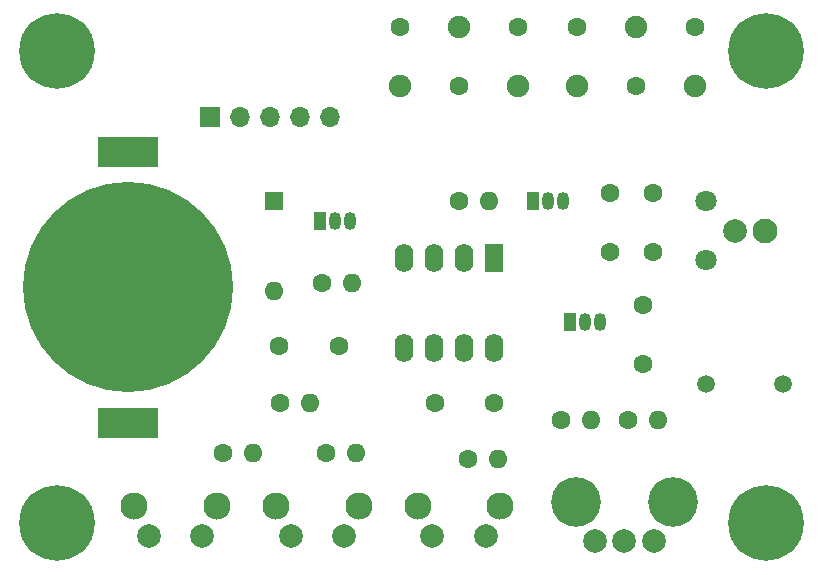
<source format=gbs>
%TF.GenerationSoftware,KiCad,Pcbnew,7.0.10-7.0.10~ubuntu22.04.1*%
%TF.CreationDate,2024-01-03T17:37:56-08:00*%
%TF.ProjectId,EtherKeyerMini,45746865-724b-4657-9965-724d696e692e,A*%
%TF.SameCoordinates,Original*%
%TF.FileFunction,Soldermask,Bot*%
%TF.FilePolarity,Negative*%
%FSLAX46Y46*%
G04 Gerber Fmt 4.6, Leading zero omitted, Abs format (unit mm)*
G04 Created by KiCad (PCBNEW 7.0.10-7.0.10~ubuntu22.04.1) date 2024-01-03 17:37:56*
%MOMM*%
%LPD*%
G01*
G04 APERTURE LIST*
%ADD10R,1.600000X2.400000*%
%ADD11O,1.600000X2.400000*%
%ADD12C,2.300000*%
%ADD13C,2.000000*%
%ADD14C,1.500000*%
%ADD15C,4.200000*%
%ADD16C,1.600000*%
%ADD17O,1.600000X1.600000*%
%ADD18C,1.800000*%
%ADD19C,2.100000*%
%ADD20R,1.050000X1.500000*%
%ADD21O,1.050000X1.500000*%
%ADD22O,1.700000X1.700000*%
%ADD23R,1.700000X1.700000*%
%ADD24C,1.900000*%
%ADD25C,0.800000*%
%ADD26C,6.400000*%
%ADD27R,1.600000X1.600000*%
%ADD28R,5.100000X2.500000*%
%ADD29C,17.800000*%
G04 APERTURE END LIST*
D10*
%TO.C,U1*%
X142000000Y-72500000D03*
D11*
X139460000Y-72500000D03*
X136920000Y-72500000D03*
X134380000Y-72500000D03*
X134380000Y-80120000D03*
X136920000Y-80120000D03*
X139460000Y-80120000D03*
X142000000Y-80120000D03*
%TD*%
D12*
%TO.C,S3*%
X135500000Y-93550000D03*
X142500000Y-93550000D03*
D13*
X136750000Y-96100000D03*
X141250000Y-96100000D03*
%TD*%
D12*
%TO.C,S2*%
X123500000Y-93550000D03*
X130500000Y-93550000D03*
D13*
X124750000Y-96100000D03*
X129250000Y-96100000D03*
%TD*%
%TO.C,S1*%
X117250000Y-96100000D03*
X112750000Y-96100000D03*
D12*
X118500000Y-93550000D03*
X111500000Y-93550000D03*
%TD*%
D14*
%TO.C,SP1*%
X159950000Y-83200000D03*
X166450000Y-83200000D03*
%TD*%
D15*
%TO.C,R10*%
X148900000Y-93200000D03*
X157100000Y-93200000D03*
D13*
X155500000Y-96500000D03*
X153000000Y-96500000D03*
X150500000Y-96500000D03*
%TD*%
D16*
%TO.C,R9*%
X147600000Y-86200000D03*
D17*
X150140000Y-86200000D03*
%TD*%
D16*
%TO.C,R8*%
X123855000Y-84800000D03*
D17*
X126395000Y-84800000D03*
%TD*%
D16*
%TO.C,R7*%
X153300000Y-86200000D03*
D17*
X155840000Y-86200000D03*
%TD*%
D16*
%TO.C,R6*%
X139000000Y-67700000D03*
D17*
X141540000Y-67700000D03*
%TD*%
D16*
%TO.C,R5*%
X139800000Y-89500000D03*
D17*
X142340000Y-89500000D03*
%TD*%
D16*
%TO.C,R4*%
X127760000Y-89000000D03*
D17*
X130300000Y-89000000D03*
%TD*%
D16*
%TO.C,R3*%
X119060000Y-89000000D03*
D17*
X121600000Y-89000000D03*
%TD*%
D13*
%TO.C,R2*%
X162400000Y-70200000D03*
D18*
X159900000Y-72700000D03*
D19*
X164900000Y-70200000D03*
D18*
X159900000Y-67700000D03*
%TD*%
D16*
%TO.C,R1*%
X127360000Y-74600000D03*
D17*
X129900000Y-74600000D03*
%TD*%
D20*
%TO.C,Q3*%
X148400000Y-77900000D03*
D21*
X149670000Y-77900000D03*
X150940000Y-77900000D03*
%TD*%
D20*
%TO.C,Q2*%
X145260000Y-67700000D03*
D21*
X146530000Y-67700000D03*
X147800000Y-67700000D03*
%TD*%
D20*
%TO.C,Q1*%
X127260000Y-69400000D03*
D21*
X128530000Y-69400000D03*
X129800000Y-69400000D03*
%TD*%
D22*
%TO.C,J3*%
X128085000Y-60575000D03*
X125545000Y-60575000D03*
X123005000Y-60575000D03*
X120465000Y-60575000D03*
D23*
X117925000Y-60575000D03*
%TD*%
D16*
%TO.C,J2*%
X159000000Y-53000000D03*
X153990000Y-58000000D03*
X149000000Y-53000000D03*
D24*
X159000000Y-58000000D03*
X154000000Y-53000000D03*
X149000000Y-58000000D03*
%TD*%
D16*
%TO.C,J1*%
X144000000Y-53000000D03*
X138990000Y-58000000D03*
X134000000Y-53000000D03*
D24*
X144000000Y-58000000D03*
X139000000Y-53000000D03*
X134000000Y-58000000D03*
%TD*%
D25*
%TO.C,H4*%
X107400000Y-95000000D03*
X103302944Y-96697056D03*
X106697056Y-96697056D03*
X105000000Y-97400000D03*
D26*
X105000000Y-95000000D03*
D25*
X102600000Y-95000000D03*
X106697056Y-93302944D03*
X103302944Y-93302944D03*
X105000000Y-92600000D03*
%TD*%
%TO.C,H3*%
X105000000Y-52600000D03*
X103302944Y-53302944D03*
X106697056Y-53302944D03*
X102600000Y-55000000D03*
D26*
X105000000Y-55000000D03*
D25*
X105000000Y-57400000D03*
X106697056Y-56697056D03*
X103302944Y-56697056D03*
X107400000Y-55000000D03*
%TD*%
%TO.C,H2*%
X167400000Y-95000000D03*
X163302944Y-96697056D03*
X166697056Y-96697056D03*
X165000000Y-97400000D03*
D26*
X165000000Y-95000000D03*
D25*
X162600000Y-95000000D03*
X166697056Y-93302944D03*
X163302944Y-93302944D03*
X165000000Y-92600000D03*
%TD*%
%TO.C,H1*%
X167400000Y-55000000D03*
X163302944Y-56697056D03*
X166697056Y-56697056D03*
X165000000Y-57400000D03*
D26*
X165000000Y-55000000D03*
D25*
X162600000Y-55000000D03*
X166697056Y-53302944D03*
X163302944Y-53302944D03*
X165000000Y-52600000D03*
%TD*%
D27*
%TO.C,D1*%
X123300000Y-67690000D03*
D17*
X123300000Y-75310000D03*
%TD*%
D16*
%TO.C,C5*%
X155400000Y-67000000D03*
X155400000Y-72000000D03*
%TD*%
%TO.C,C4*%
X151800000Y-67000000D03*
X151800000Y-72000000D03*
%TD*%
%TO.C,C3*%
X142000000Y-84800000D03*
X137000000Y-84800000D03*
%TD*%
%TO.C,C2*%
X128800000Y-80000000D03*
X123800000Y-80000000D03*
%TD*%
%TO.C,C1*%
X154600000Y-81500000D03*
X154600000Y-76500000D03*
%TD*%
D28*
%TO.C,BT1*%
X111000000Y-86450000D03*
X111000000Y-63550000D03*
D29*
X111000000Y-75000000D03*
%TD*%
M02*

</source>
